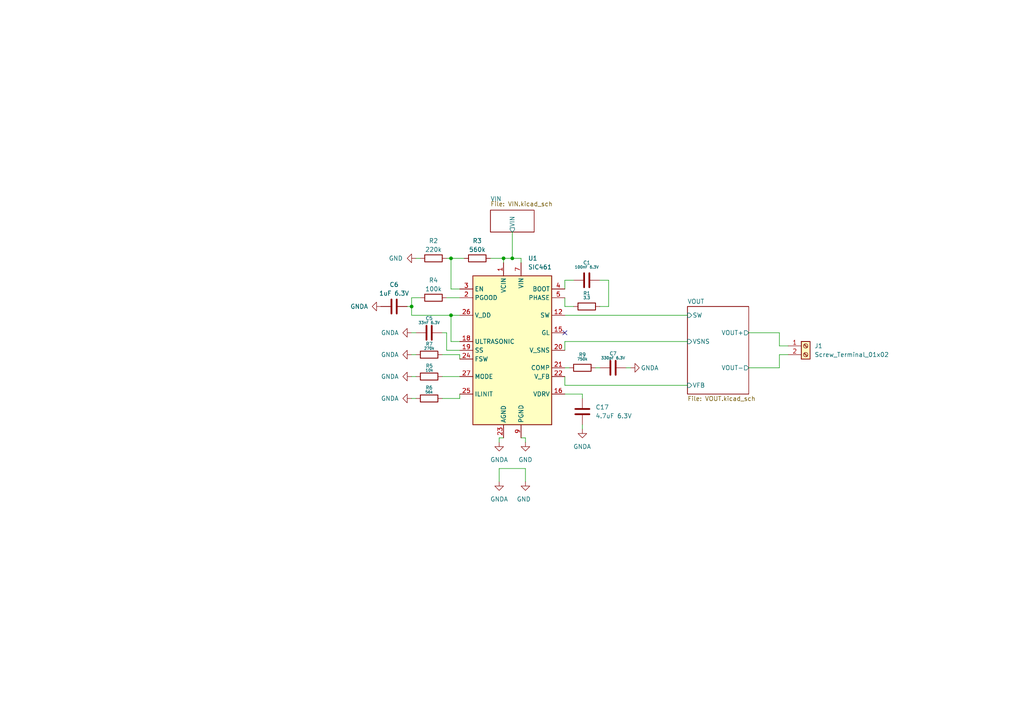
<source format=kicad_sch>
(kicad_sch (version 20211123) (generator eeschema)
  (paper "A4")
  (lib_symbols
    (symbol "Connector:Screw_Terminal_01x02" (pin_names (offset 1.016) hide)
      (property "Reference" "J" (at 0 2.54 0))
      (property "Value" "Screw_Terminal_01x02" (at 0 -5.08 0))
      (symbol "Screw_Terminal_01x02_1_1"
        (rectangle (start -1.27 1.27) (end 1.27 -3.81) (stroke (width 0.254)) (fill (type background)))
        (circle (center 0 -2.54) (radius 0.635) (stroke (width 0.1524)))
        (polyline (pts (xy -0.5334 -2.2098) (xy 0.3302 -3.048)) (stroke (width 0.1524)))
        (polyline (pts (xy -0.5334 0.3302) (xy 0.3302 -0.508)) (stroke (width 0.1524)))
        (polyline (pts (xy -0.3556 -2.032) (xy 0.508 -2.8702)) (stroke (width 0.1524)))
        (polyline (pts (xy -0.3556 0.508) (xy 0.508 -0.3302)) (stroke (width 0.1524)))
        (circle (center 0 0) (radius 0.635) (stroke (width 0.1524)))
        (pin passive line (at -5.08 0 0) (length 3.81) (name "Pin_1") (number "1"))
        (pin passive line (at -5.08 -2.54 0) (length 3.81) (name "Pin_2") (number "2"))
      )
    )
    (symbol "Device:C" (pin_numbers hide) (pin_names (offset 0.254))
      (property "Reference" "C" (at 0.635 2.54 0))
      (property "Value" "C" (at 0.635 -2.54 0))
      (symbol "C_0_1"
        (polyline (pts (xy -2.032 -0.762) (xy 2.032 -0.762)) (stroke (width 0.508)))
        (polyline (pts (xy -2.032 0.762) (xy 2.032 0.762)) (stroke (width 0.508)))
      )
      (symbol "C_1_1"
        (pin passive line (at 0 3.81 270) (length 2.794) (name "~") (number "1"))
        (pin passive line (at 0 -3.81 90) (length 2.794) (name "~") (number "2"))
      )
    )
    (symbol "Device:R" (pin_numbers hide) (pin_names (offset 0))
      (property "Reference" "R" (at 2.032 0 90))
      (property "Value" "R" (at 0 0 90))
      (symbol "R_0_1"
        (rectangle (start -1.016 -2.54) (end 1.016 2.54) (stroke (width 0.254)))
      )
      (symbol "R_1_1"
        (pin passive line (at 0 3.81 270) (length 1.27) (name "~") (number "1"))
        (pin passive line (at 0 -3.81 90) (length 1.27) (name "~") (number "2"))
      )
    )
    (symbol "Regulator_Switching:SIC461"
      (property "Reference" "U" (at -10.16 25.4 0))
      (property "Value" "SIC461" (at -10.16 22.86 0))
      (symbol "SIC461_0_1"
        (rectangle (start -11.43 21.59) (end 11.43 -21.59) (stroke (width 0.254)) (fill (type background)))
      )
      (symbol "SIC461_1_1"
        (pin power_in line (at -2.54 25.4 270) (length 3.81) (name "VCIN") (number "1"))
        (pin passive line (at 2.54 -25.4 90) (length 3.81) hide (name "PGND") (number "10"))
        (pin passive line (at 2.54 -25.4 90) (length 3.81) hide (name "PGND") (number "11"))
        (pin power_out line (at 15.24 10.16 180) (length 3.81) (name "SW") (number "12"))
        (pin passive line (at 15.24 10.16 180) (length 3.81) hide (name "SW") (number "13"))
        (pin passive line (at 15.24 10.16 180) (length 3.81) hide (name "SW") (number "14"))
        (pin output line (at 15.24 5.08 180) (length 3.81) (name "GL") (number "15"))
        (pin power_out line (at 15.24 -12.7 180) (length 3.81) (name "VDRV") (number "16"))
        (pin passive line (at 2.54 -25.4 90) (length 3.81) hide (name "PGND") (number "17"))
        (pin input line (at -15.24 2.54 0) (length 3.81) (name "ULTRASONIC") (number "18"))
        (pin input line (at -15.24 0 0) (length 3.81) (name "SS") (number "19"))
        (pin open_collector line (at -15.24 15.24 0) (length 3.81) (name "PGOOD") (number "2"))
        (pin input line (at 15.24 0 180) (length 3.81) (name "V_SNS") (number "20"))
        (pin output line (at 15.24 -5.08 180) (length 3.81) (name "COMP") (number "21"))
        (pin input line (at 15.24 -7.62 180) (length 3.81) (name "V_FB") (number "22"))
        (pin power_in line (at -2.54 -25.4 90) (length 3.81) (name "AGND") (number "23"))
        (pin input line (at -15.24 -2.54 0) (length 3.81) (name "FSW") (number "24"))
        (pin input line (at -15.24 -12.7 0) (length 3.81) (name "ILINIT") (number "25"))
        (pin power_out line (at -15.24 10.16 0) (length 3.81) (name "V_DD") (number "26"))
        (pin input line (at -15.24 -7.62 0) (length 3.81) (name "MODE") (number "27"))
        (pin passive line (at -2.54 -25.4 90) (length 3.81) hide (name "AGND") (number "28"))
        (pin passive line (at 2.54 25.4 270) (length 3.81) hide (name "VIN") (number "29"))
        (pin input line (at -15.24 17.78 0) (length 3.81) (name "EN") (number "3"))
        (pin passive line (at 2.54 -25.4 90) (length 3.81) hide (name "PGND") (number "30"))
        (pin input line (at 15.24 17.78 180) (length 3.81) (name "BOOT") (number "4"))
        (pin output line (at 15.24 15.24 180) (length 3.81) (name "PHASE") (number "5"))
        (pin passive line (at 15.24 15.24 180) (length 3.81) hide (name "PHASE") (number "6"))
        (pin power_in line (at 2.54 25.4 270) (length 3.81) (name "VIN") (number "7"))
        (pin passive line (at 2.54 25.4 270) (length 3.81) hide (name "VIN") (number "8"))
        (pin power_in line (at 2.54 -25.4 90) (length 3.81) (name "PGND") (number "9"))
      )
    )
    (symbol "power:GND" (power) (pin_names (offset 0))
      (property "Value" "GND" (at 0 -3.81 0))
      (symbol "GND_0_1"
        (polyline (pts (xy 0 0) (xy 0 -1.27) (xy 1.27 -1.27) (xy 0 -2.54) (xy -1.27 -1.27) (xy 0 -1.27)))
      )
      (symbol "GND_1_1"
        (pin power_in line (at 0 0 270) (length 0) hide (name "GND") (number "1"))
      )
    )
    (symbol "power:GNDA" (power) (pin_names (offset 0))
      (property "Value" "GNDA" (at 0 -3.81 0))
      (symbol "GNDA_0_1"
        (polyline (pts (xy 0 0) (xy 0 -1.27) (xy 1.27 -1.27) (xy 0 -2.54) (xy -1.27 -1.27) (xy 0 -1.27)))
      )
      (symbol "GNDA_1_1"
        (pin power_in line (at 0 0 270) (length 0) hide (name "GNDA") (number "1"))
      )
    )
  )
  (junction (at 119.38 88.9))
  (junction (at 130.81 91.44))
  (junction (at 146.05 74.93))
  (junction (at 130.81 74.93))
  (junction (at 148.59 74.93))
  (no_connect (at 163.83 96.52))
  (wire (pts (xy 144.78 127) (xy 144.78 128.27)))
  (wire (pts (xy 129.54 96.52) (xy 129.54 101.6)))
  (wire (pts (xy 130.81 74.93) (xy 134.62 74.93)))
  (wire (pts (xy 163.83 114.3) (xy 168.91 114.3)))
  (wire (pts (xy 120.65 74.93) (xy 121.92 74.93)))
  (wire (pts (xy 168.91 124.46) (xy 168.91 123.19)))
  (wire (pts (xy 226.06 102.87) (xy 228.6 102.87)))
  (wire (pts (xy 144.78 135.89) (xy 152.4 135.89)))
  (wire (pts (xy 148.59 67.31) (xy 148.59 74.93)))
  (wire (pts (xy 226.06 100.33) (xy 228.6 100.33)))
  (wire (pts (xy 130.81 91.44) (xy 133.35 91.44)))
  (wire (pts (xy 129.54 96.52) (xy 128.27 96.52)))
  (wire (pts (xy 130.81 74.93) (xy 130.81 83.82)))
  (wire (pts (xy 118.11 88.9) (xy 119.38 88.9)))
  (wire (pts (xy 144.78 139.7) (xy 144.78 135.89)))
  (wire (pts (xy 152.4 127) (xy 152.4 128.27)))
  (wire (pts (xy 163.83 111.76) (xy 163.83 109.22)))
  (wire (pts (xy 129.54 74.93) (xy 130.81 74.93)))
  (wire (pts (xy 152.4 127) (xy 151.13 127)))
  (wire (pts (xy 152.4 135.89) (xy 152.4 139.7)))
  (wire (pts (xy 163.83 111.76) (xy 199.39 111.76)))
  (wire (pts (xy 226.06 96.52) (xy 226.06 100.33)))
  (wire (pts (xy 129.54 86.36) (xy 133.35 86.36)))
  (wire (pts (xy 128.27 109.22) (xy 133.35 109.22)))
  (wire (pts (xy 217.17 96.52) (xy 226.06 96.52)))
  (wire (pts (xy 163.83 91.44) (xy 199.39 91.44)))
  (wire (pts (xy 217.17 106.68) (xy 226.06 106.68)))
  (wire (pts (xy 119.38 115.57) (xy 120.65 115.57)))
  (wire (pts (xy 176.53 81.28) (xy 173.99 81.28)))
  (wire (pts (xy 119.38 91.44) (xy 130.81 91.44)))
  (wire (pts (xy 182.88 106.68) (xy 181.61 106.68)))
  (wire (pts (xy 133.35 115.57) (xy 128.27 115.57)))
  (wire (pts (xy 119.38 96.52) (xy 120.65 96.52)))
  (wire (pts (xy 119.38 86.36) (xy 119.38 88.9)))
  (wire (pts (xy 130.81 99.06) (xy 130.81 91.44)))
  (wire (pts (xy 129.54 101.6) (xy 133.35 101.6)))
  (wire (pts (xy 130.81 83.82) (xy 133.35 83.82)))
  (wire (pts (xy 144.78 127) (xy 146.05 127)))
  (wire (pts (xy 226.06 106.68) (xy 226.06 102.87)))
  (wire (pts (xy 176.53 81.28) (xy 176.53 88.9)))
  (wire (pts (xy 163.83 86.36) (xy 163.83 88.9)))
  (wire (pts (xy 133.35 114.3) (xy 133.35 115.57)))
  (wire (pts (xy 163.83 99.06) (xy 199.39 99.06)))
  (wire (pts (xy 168.91 114.3) (xy 168.91 115.57)))
  (wire (pts (xy 165.1 106.68) (xy 163.83 106.68)))
  (wire (pts (xy 151.13 74.93) (xy 151.13 76.2)))
  (wire (pts (xy 130.81 99.06) (xy 133.35 99.06)))
  (wire (pts (xy 166.37 88.9) (xy 163.83 88.9)))
  (wire (pts (xy 142.24 74.93) (xy 146.05 74.93)))
  (wire (pts (xy 176.53 88.9) (xy 173.99 88.9)))
  (wire (pts (xy 163.83 99.06) (xy 163.83 101.6)))
  (wire (pts (xy 148.59 74.93) (xy 151.13 74.93)))
  (wire (pts (xy 148.59 74.93) (xy 146.05 74.93)))
  (wire (pts (xy 119.38 102.87) (xy 120.65 102.87)))
  (wire (pts (xy 119.38 88.9) (xy 119.38 91.44)))
  (wire (pts (xy 163.83 81.28) (xy 166.37 81.28)))
  (wire (pts (xy 119.38 86.36) (xy 121.92 86.36)))
  (wire (pts (xy 173.99 106.68) (xy 172.72 106.68)))
  (wire (pts (xy 119.38 109.22) (xy 120.65 109.22)))
  (wire (pts (xy 133.35 102.87) (xy 133.35 104.14)))
  (wire (pts (xy 163.83 83.82) (xy 163.83 81.28)))
  (wire (pts (xy 128.27 102.87) (xy 133.35 102.87)))
  (wire (pts (xy 146.05 74.93) (xy 146.05 76.2)))
  (symbol (lib_id "power:GNDA") (at 119.38 102.87 270) (unit 1)
    (property "Reference" "#PWR012" (effects hide))
    (property "Value" "GNDA" (at 110.49 102.87 90) (effects (justify left)))
  )
  (symbol (lib_id "power:GNDA") (at 119.38 96.52 270) (unit 1)
    (property "Reference" "#PWR08" (effects hide))
    (property "Value" "GNDA" (at 110.49 96.52 90) (effects (justify left)))
  )
  (symbol (lib_id "Device:C") (at 124.46 96.52 90) (unit 1)
    (property "Reference" "C5" (at 124.4772 92.3095 90) (effects (font (size 1 1))))
    (property "Value" "33nF 6.3V" (at 124.4772 93.5795 90) (effects (font (size 0.8 0.8))))
    (property "Footprint" "Capacitor_SMD:C_0603_1608Metric" (effects hide))
  )
  (symbol (lib_id "Regulator_Switching:SIC461") (at 148.59 101.6 0) (unit 1)
    (property "Reference" "U1" (at 153.1494 74.93 0) (effects (justify left)))
    (property "Value" "SIC461" (at 153.1494 77.47 0) (effects (justify left)))
    (property "Footprint" "SiC46x:Vishay_PowerPAK_MLP55-27L_R_ThermalVias" (effects hide))
    (property "Datasheet" "https://www.vishay.com/docs/65124/sic46x.pdf" (effects hide))
  )
  (symbol (lib_id "power:GNDA") (at 168.91 124.46 0) (unit 1)
    (property "Reference" "#PWR07" (effects hide))
    (property "Value" "GNDA" (at 171.45 129.54 0) (effects (justify right)))
  )
  (symbol (lib_id "Device:R") (at 125.73 86.36 90) (unit 1)
    (property "Reference" "R4" (at 125.73 81.28 90))
    (property "Value" "100k" (at 125.73 83.82 90))
  )
  (symbol (lib_id "Device:C") (at 170.18 81.28 90) (unit 1)
    (property "Reference" "C1" (at 170.18 76.2 90) (effects (font (size 1 1))))
    (property "Value" "100nF 6.3V" (at 170.18 77.47 90) (effects (font (size 0.8 0.8))))
    (property "Footprint" "Capacitor_SMD:C_0603_1608Metric" (effects hide))
  )
  (symbol (lib_id "power:GNDA") (at 144.78 139.7 0) (unit 1)
    (property "Reference" "#PWR017" (effects hide))
    (property "Value" "GNDA" (at 144.78 144.78 0))
  )
  (symbol (lib_id "power:GNDA") (at 119.38 115.57 270) (unit 1)
    (property "Reference" "#PWR010" (effects hide))
    (property "Value" "GNDA" (at 110.49 115.57 90) (effects (justify left)))
  )
  (symbol (lib_id "power:GNDA") (at 119.38 109.22 270) (unit 1)
    (property "Reference" "#PWR09" (effects hide))
    (property "Value" "GNDA" (at 110.49 109.22 90) (effects (justify left)))
  )
  (symbol (lib_id "power:GNDA") (at 182.88 106.68 90) (unit 1)
    (property "Reference" "#PWR013" (effects hide))
    (property "Value" "GNDA" (at 185.855 106.7217 90) (effects (justify right)))
  )
  (symbol (lib_id "Device:R") (at 124.46 109.22 90) (unit 1)
    (property "Reference" "R5" (at 124.5219 106.118 90) (effects (font (size 1 1))))
    (property "Value" "10k" (at 124.5219 107.388 90) (effects (font (size 0.8 0.8))))
  )
  (symbol (lib_id "Device:R") (at 124.46 115.57 90) (unit 1)
    (property "Reference" "R6" (at 124.4599 112.4501 90) (effects (font (size 1 1))))
    (property "Value" "56k" (at 124.4599 113.7201 90) (effects (font (size 0.8 0.8))))
  )
  (symbol (lib_id "power:GND") (at 120.65 74.93 270) (unit 1)
    (property "Reference" "#PWR05" (effects hide))
    (property "Value" "GND" (at 116.84 74.9299 90) (effects (justify right)))
  )
  (symbol (lib_id "Device:C") (at 177.8 106.68 90) (unit 1)
    (property "Reference" "C7" (at 177.821 102.5422 90) (effects (font (size 1 1))))
    (property "Value" "330pF 6.3V" (at 177.821 103.8122 90) (effects (font (size 0.8 0.8))))
    (property "Footprint" "Capacitor_SMD:C_0603_1608Metric" (effects hide))
  )
  (symbol (lib_id "power:GND") (at 152.4 128.27 0) (unit 1)
    (property "Reference" "#PWR01" (effects hide))
    (property "Value" "GND" (at 152.4 133.35 0))
  )
  (symbol (lib_id "Device:R") (at 170.18 88.9 90) (unit 1)
    (property "Reference" "R1" (at 170.18 85.09 90) (effects (font (size 1 1))))
    (property "Value" "3.3" (at 170.18 86.36 90) (effects (font (size 0.8 0.8))))
  )
  (symbol (lib_id "Device:R") (at 125.73 74.93 270) (unit 1)
    (property "Reference" "R2" (at 125.73 69.85 90))
    (property "Value" "220k" (at 125.73 72.39 90))
  )
  (symbol (lib_id "Device:C") (at 114.3 88.9 90) (unit 1)
    (property "Reference" "C6" (at 114.3 82.55 90))
    (property "Value" "1uF 6.3V" (at 114.3 85.09 90))
    (property "Footprint" "Capacitor_SMD:C_0603_1608Metric" (effects hide))
  )
  (symbol (lib_id "power:GNDA") (at 110.49 88.9 270) (unit 1)
    (property "Reference" "#PWR011" (effects hide))
    (property "Value" "GNDA" (at 101.6 88.9 90) (effects (justify left)))
  )
  (symbol (lib_id "power:GNDA") (at 144.78 128.27 0) (unit 1)
    (property "Reference" "#PWR06" (effects hide))
    (property "Value" "GNDA" (at 144.78 133.35 0))
  )
  (symbol (lib_id "Device:C") (at 168.91 119.38 180) (unit 1)
    (property "Reference" "C17" (at 172.72 118.11 0) (effects (justify right)))
    (property "Value" "4.7uF 6.3V" (at 172.72 120.65 0) (effects (justify right)))
    (property "Footprint" "Capacitor_SMD:C_0603_1608Metric" (effects hide))
  )
  (symbol (lib_id "Device:R") (at 138.43 74.93 90) (unit 1)
    (property "Reference" "R3" (at 138.43 69.85 90))
    (property "Value" "560k" (at 138.43 72.39 90))
  )
  (symbol (lib_id "power:GND") (at 152.4 139.7 0) (unit 1)
    (property "Reference" "#PWR016" (effects hide))
    (property "Value" "GND" (at 149.86 144.78 0) (effects (justify left)))
  )
  (symbol (lib_id "Connector:Screw_Terminal_01x02") (at 233.68 100.33 0) (unit 1)
    (property "Reference" "J1" (at 236.22 100.3299 0) (effects (justify left)))
    (property "Value" "Screw_Terminal_01x02" (at 236.22 102.8699 0) (effects (justify left)))
  )
  (symbol (lib_id "Device:R") (at 124.46 102.87 90) (unit 1)
    (property "Reference" "R7" (at 124.4952 99.7745 90) (effects (font (size 1 1))))
    (property "Value" "270k" (at 124.4952 101.0445 90) (effects (font (size 0.8 0.8))))
  )
  (symbol (lib_id "Device:R") (at 168.91 106.68 90) (unit 1)
    (property "Reference" "R9" (at 168.91 102.87 90) (effects (font (size 1 1))))
    (property "Value" "750k" (at 168.91 104.14 90) (effects (font (size 0.8 0.8))))
  )
  (sheet (at 142.24 60.96) (size 12.7 6.35) (stroke (width 0.1524))
    (property "Sheet name" "VIN" (at 142.24 58.42 0) (effects (justify left bottom)))
    (property "Sheet file" "VIN.kicad_sch" (at 142.24 58.42 0) (effects (justify left top)))
    (pin "VIN" output (at 148.59 67.31 270))
  )
  (sheet (at 199.39 88.9) (size 17.78 25.4) (stroke (width 0.1524))
    (property "Sheet name" "VOUT" (at 199.39 88.1884 0) (effects (justify left bottom)))
    (property "Sheet file" "VOUT.kicad_sch" (at 199.39 114.8846 0) (effects (justify left top)))
    (pin "VSNS" input (at 199.39 99.06 180))
    (pin "SW" input (at 199.39 91.44 180))
    (pin "VFB" input (at 199.39 111.76 180))
    (pin "VOUT+" output (at 217.17 96.52 0))
    (pin "VOUT-" output (at 217.17 106.68 0))
  )
)
</source>
